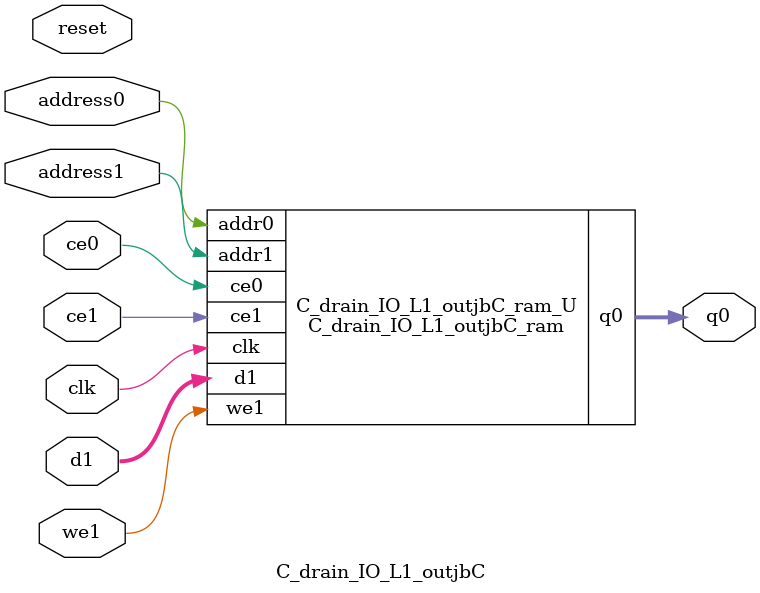
<source format=v>
`timescale 1 ns / 1 ps
module C_drain_IO_L1_outjbC_ram (addr0, ce0, q0, addr1, ce1, d1, we1,  clk);

parameter DWIDTH = 64;
parameter AWIDTH = 1;
parameter MEM_SIZE = 2;

input[AWIDTH-1:0] addr0;
input ce0;
output reg[DWIDTH-1:0] q0;
input[AWIDTH-1:0] addr1;
input ce1;
input[DWIDTH-1:0] d1;
input we1;
input clk;

(* ram_style = "distributed" *)reg [DWIDTH-1:0] ram[0:MEM_SIZE-1];




always @(posedge clk)  
begin 
    if (ce0) begin
        q0 <= ram[addr0];
    end
end


always @(posedge clk)  
begin 
    if (ce1) begin
        if (we1) 
            ram[addr1] <= d1; 
    end
end


endmodule

`timescale 1 ns / 1 ps
module C_drain_IO_L1_outjbC(
    reset,
    clk,
    address0,
    ce0,
    q0,
    address1,
    ce1,
    we1,
    d1);

parameter DataWidth = 32'd64;
parameter AddressRange = 32'd2;
parameter AddressWidth = 32'd1;
input reset;
input clk;
input[AddressWidth - 1:0] address0;
input ce0;
output[DataWidth - 1:0] q0;
input[AddressWidth - 1:0] address1;
input ce1;
input we1;
input[DataWidth - 1:0] d1;



C_drain_IO_L1_outjbC_ram C_drain_IO_L1_outjbC_ram_U(
    .clk( clk ),
    .addr0( address0 ),
    .ce0( ce0 ),
    .q0( q0 ),
    .addr1( address1 ),
    .ce1( ce1 ),
    .we1( we1 ),
    .d1( d1 ));

endmodule


</source>
